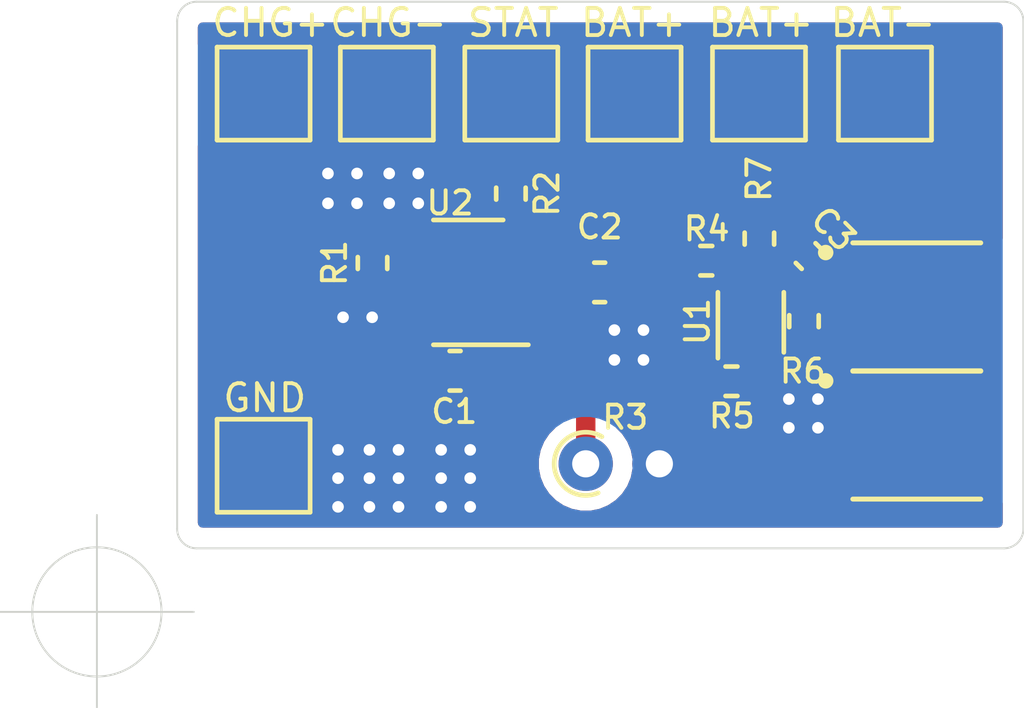
<source format=kicad_pcb>
(kicad_pcb (version 20171130) (host pcbnew "(5.1.8)-1")

  (general
    (thickness 1.6)
    (drawings 16)
    (tracks 129)
    (zones 0)
    (modules 21)
    (nets 14)
  )

  (page A4)
  (layers
    (0 F.Cu signal)
    (31 B.Cu signal)
    (32 B.Adhes user)
    (33 F.Adhes user)
    (34 B.Paste user)
    (35 F.Paste user)
    (36 B.SilkS user)
    (37 F.SilkS user)
    (38 B.Mask user)
    (39 F.Mask user)
    (40 Dwgs.User user hide)
    (41 Cmts.User user hide)
    (42 Eco1.User user hide)
    (43 Eco2.User user hide)
    (44 Edge.Cuts user)
    (45 Margin user hide)
    (46 B.CrtYd user hide)
    (47 F.CrtYd user hide)
    (48 B.Fab user hide)
    (49 F.Fab user hide)
  )

  (setup
    (last_trace_width 0.25)
    (user_trace_width 0.5)
    (user_trace_width 0.7)
    (trace_clearance 0.1)
    (zone_clearance 0.508)
    (zone_45_only no)
    (trace_min 0.2)
    (via_size 0.8)
    (via_drill 0.4)
    (via_min_size 0.4)
    (via_min_drill 0.3)
    (uvia_size 0.3)
    (uvia_drill 0.1)
    (uvias_allowed no)
    (uvia_min_size 0.2)
    (uvia_min_drill 0.1)
    (edge_width 0.05)
    (segment_width 0.2)
    (pcb_text_width 0.3)
    (pcb_text_size 1.5 1.5)
    (mod_edge_width 0.12)
    (mod_text_size 1 1)
    (mod_text_width 0.15)
    (pad_size 1.524 1.524)
    (pad_drill 0.762)
    (pad_to_mask_clearance 0)
    (aux_axis_origin 118.22 87.41)
    (grid_origin 118.22 87.41)
    (visible_elements 7FFFFFFF)
    (pcbplotparams
      (layerselection 0x010fc_ffffffff)
      (usegerberextensions false)
      (usegerberattributes true)
      (usegerberadvancedattributes true)
      (creategerberjobfile true)
      (excludeedgelayer true)
      (linewidth 0.100000)
      (plotframeref false)
      (viasonmask false)
      (mode 1)
      (useauxorigin false)
      (hpglpennumber 1)
      (hpglpenspeed 20)
      (hpglpendiameter 15.000000)
      (psnegative false)
      (psa4output false)
      (plotreference true)
      (plotvalue true)
      (plotinvisibletext false)
      (padsonsilk false)
      (subtractmaskfromsilk false)
      (outputformat 1)
      (mirror false)
      (drillshape 1)
      (scaleselection 1)
      (outputdirectory ""))
  )

  (net 0 "")
  (net 1 Adapter+)
  (net 2 BAT+)
  (net 3 BAT-)
  (net 4 "Net-(C3-Pad1)")
  (net 5 "Net-(R1-Pad1)")
  (net 6 ChargeLight-)
  (net 7 "Net-(R2-Pad1)")
  (net 8 "Net-(R3-Pad1)")
  (net 9 "Net-(R4-Pad1)")
  (net 10 "Net-(R5-Pad1)")
  (net 11 "Net-(R6-Pad1)")
  (net 12 "Net-(U3-Pad5)")
  (net 13 GND)

  (net_class Default "This is the default net class."
    (clearance 0.1)
    (trace_width 0.25)
    (via_dia 0.8)
    (via_drill 0.4)
    (uvia_dia 0.3)
    (uvia_drill 0.1)
    (add_net Adapter+)
    (add_net BAT+)
    (add_net BAT-)
    (add_net ChargeLight-)
    (add_net GND)
    (add_net "Net-(C3-Pad1)")
    (add_net "Net-(R1-Pad1)")
    (add_net "Net-(R2-Pad1)")
    (add_net "Net-(R3-Pad1)")
    (add_net "Net-(R4-Pad1)")
    (add_net "Net-(R5-Pad1)")
    (add_net "Net-(R6-Pad1)")
    (add_net "Net-(U3-Pad5)")
  )

  (module TestPoint:TestPoint_Pad_2.0x2.0mm (layer F.Cu) (tedit 5A0F774F) (tstamp 60996D82)
    (at 122.52 83.64)
    (descr "SMD rectangular pad as test Point, square 2.0mm side length")
    (tags "test point SMD pad rectangle square")
    (path /6099A92C)
    (attr virtual)
    (fp_text reference J7 (at 0.02 -1.76) (layer F.SilkS) hide
      (effects (font (size 0.5 0.5) (thickness 0.1)))
    )
    (fp_text value Conn_01x01 (at 0 2.05) (layer F.Fab)
      (effects (font (size 1 1) (thickness 0.15)))
    )
    (fp_line (start -1.2 -1.2) (end 1.2 -1.2) (layer F.SilkS) (width 0.12))
    (fp_line (start 1.2 -1.2) (end 1.2 1.2) (layer F.SilkS) (width 0.12))
    (fp_line (start 1.2 1.2) (end -1.2 1.2) (layer F.SilkS) (width 0.12))
    (fp_line (start -1.2 1.2) (end -1.2 -1.2) (layer F.SilkS) (width 0.12))
    (fp_line (start -1.5 -1.5) (end 1.5 -1.5) (layer F.CrtYd) (width 0.05))
    (fp_line (start -1.5 -1.5) (end -1.5 1.5) (layer F.CrtYd) (width 0.05))
    (fp_line (start 1.5 1.5) (end 1.5 -1.5) (layer F.CrtYd) (width 0.05))
    (fp_line (start 1.5 1.5) (end -1.5 1.5) (layer F.CrtYd) (width 0.05))
    (fp_text user %R (at 0 -2) (layer F.Fab)
      (effects (font (size 1 1) (thickness 0.15)))
    )
    (pad 1 smd rect (at 0 0) (size 2 2) (layers F.Cu F.Mask)
      (net 13 GND))
  )

  (module CSD16406Q3:CSD16406Q3 (layer F.Cu) (tedit 609275D4) (tstamp 6092A981)
    (at 139.37 79.54)
    (descr "<b>8-SON</b> (Q3)<p>body 3.3 x 3.3 mm")
    (path /60929C60)
    (fp_text reference U4 (at 0.7 -2.23) (layer F.SilkS) hide
      (effects (font (size 0.8 0.8) (thickness 0.015)))
    )
    (fp_text value CSD16406Q3 (at 5.728 2.808) (layer F.Fab)
      (effects (font (size 0.8 0.8) (thickness 0.015)))
    )
    (fp_poly (pts (xy -0.66 -1.325) (xy 1.85 -1.325) (xy 1.85 1.325) (xy -0.66 1.325)) (layer F.Mask) (width 0.01))
    (fp_poly (pts (xy 1.75 -1.225) (xy 1.75 -0.725) (xy 1.34 -0.725) (xy 1.34 -0.575)
      (xy 1.75 -0.575) (xy 1.75 -0.075) (xy 1.34 -0.075) (xy 1.34 0.075)
      (xy 1.75 0.075) (xy 1.75 0.575) (xy 1.34 0.575) (xy 1.34 0.725)
      (xy 1.75 0.725) (xy 1.75 1.225) (xy -0.56 1.225) (xy -0.56 -1.225)) (layer F.Cu) (width 0.01))
    (fp_poly (pts (xy -0.46 -1.145) (xy 0.985 -1.145) (xy 0.985 -0.125) (xy -0.46 -0.125)) (layer F.Paste) (width 0.01))
    (fp_line (start 1.65 -1.65) (end 1.65 1.65) (layer F.Fab) (width 0.127))
    (fp_line (start 1.65 1.65) (end -1.65 1.65) (layer F.Fab) (width 0.127))
    (fp_line (start -1.65 1.65) (end -1.65 -1.65) (layer F.Fab) (width 0.127))
    (fp_line (start -1.65 -1.65) (end 1.65 -1.65) (layer F.Fab) (width 0.127))
    (fp_poly (pts (xy 1.21 -0.495) (xy 1.66 -0.495) (xy 1.66 -0.155) (xy 1.21 -0.155)) (layer F.Paste) (width 0.01))
    (fp_poly (pts (xy 1.21 -1.145) (xy 1.66 -1.145) (xy 1.66 -0.805) (xy 1.21 -0.805)) (layer F.Paste) (width 0.01))
    (fp_poly (pts (xy 1.21 0.155) (xy 1.66 0.155) (xy 1.66 0.495) (xy 1.21 0.495)) (layer F.Paste) (width 0.01))
    (fp_poly (pts (xy 1.21 0.805) (xy 1.66 0.805) (xy 1.66 1.145) (xy 1.21 1.145)) (layer F.Paste) (width 0.01))
    (fp_poly (pts (xy -1.66 0.155) (xy -1.21 0.155) (xy -1.21 0.495) (xy -1.66 0.495)) (layer F.Paste) (width 0.01))
    (fp_poly (pts (xy -1.66 0.805) (xy -1.21 0.805) (xy -1.21 1.145) (xy -1.66 1.145)) (layer F.Paste) (width 0.01))
    (fp_poly (pts (xy -1.66 -0.495) (xy -1.21 -0.495) (xy -1.21 -0.155) (xy -1.66 -0.155)) (layer F.Paste) (width 0.01))
    (fp_poly (pts (xy -1.66 -1.145) (xy -1.21 -1.145) (xy -1.21 -0.805) (xy -1.66 -0.805)) (layer F.Paste) (width 0.01))
    (fp_poly (pts (xy -0.46 0.125) (xy 0.985 0.125) (xy 0.985 1.145) (xy -0.46 1.145)) (layer F.Paste) (width 0.01))
    (fp_line (start -1.65 1.65) (end 1.65 1.65) (layer F.SilkS) (width 0.127))
    (fp_line (start -1.65 -1.65) (end 1.65 -1.65) (layer F.SilkS) (width 0.127))
    (fp_line (start -2 -1.9) (end 2 -1.9) (layer F.CrtYd) (width 0.05))
    (fp_line (start 2 -1.9) (end 2 1.9) (layer F.CrtYd) (width 0.05))
    (fp_line (start 2 1.9) (end -2 1.9) (layer F.CrtYd) (width 0.05))
    (fp_line (start -2 1.9) (end -2 -1.9) (layer F.CrtYd) (width 0.05))
    (fp_circle (center -2.35 -1.4) (end -2.25 -1.4) (layer F.SilkS) (width 0.2))
    (fp_circle (center -2.35 -1.4) (end -2.25 -1.4) (layer F.Fab) (width 0.2))
    (pad 4 smd rect (at -1.435 0.975) (size 0.63 0.5) (layers F.Cu F.Mask)
      (net 11 "Net-(R6-Pad1)"))
    (pad 1 smd rect (at -1.435 -0.975) (size 0.63 0.5) (layers F.Cu F.Mask)
      (net 3 BAT-))
    (pad 2 smd rect (at -1.435 -0.325) (size 0.63 0.5) (layers F.Cu F.Mask)
      (net 3 BAT-))
    (pad 3 smd rect (at -1.435 0.325) (size 0.63 0.5) (layers F.Cu F.Mask)
      (net 3 BAT-))
    (pad 5 smd rect (at 1.435 0.975) (size 0.63 0.5) (layers F.Cu)
      (net 12 "Net-(U3-Pad5)"))
    (pad 6 smd rect (at 1.435 0.325) (size 0.63 0.5) (layers F.Cu)
      (net 12 "Net-(U3-Pad5)"))
    (pad 7 smd rect (at 1.435 -0.325) (size 0.63 0.5) (layers F.Cu)
      (net 12 "Net-(U3-Pad5)"))
    (pad 8 smd rect (at 1.435 -0.975) (size 0.63 0.5) (layers F.Cu)
      (net 12 "Net-(U3-Pad5)"))
  )

  (module CSD16406Q3:CSD16406Q3 (layer F.Cu) (tedit 609275D4) (tstamp 6092A95D)
    (at 139.37 82.85)
    (descr "<b>8-SON</b> (Q3)<p>body 3.3 x 3.3 mm")
    (path /60927B72)
    (fp_text reference U3 (at 0.14 -2.808) (layer F.SilkS) hide
      (effects (font (size 0.8 0.8) (thickness 0.015)))
    )
    (fp_text value CSD16406Q3 (at 5.728 2.808) (layer F.Fab)
      (effects (font (size 0.8 0.8) (thickness 0.015)))
    )
    (fp_poly (pts (xy -0.66 -1.325) (xy 1.85 -1.325) (xy 1.85 1.325) (xy -0.66 1.325)) (layer F.Mask) (width 0.01))
    (fp_poly (pts (xy 1.75 -1.225) (xy 1.75 -0.725) (xy 1.34 -0.725) (xy 1.34 -0.575)
      (xy 1.75 -0.575) (xy 1.75 -0.075) (xy 1.34 -0.075) (xy 1.34 0.075)
      (xy 1.75 0.075) (xy 1.75 0.575) (xy 1.34 0.575) (xy 1.34 0.725)
      (xy 1.75 0.725) (xy 1.75 1.225) (xy -0.56 1.225) (xy -0.56 -1.225)) (layer F.Cu) (width 0.01))
    (fp_poly (pts (xy -0.46 -1.145) (xy 0.985 -1.145) (xy 0.985 -0.125) (xy -0.46 -0.125)) (layer F.Paste) (width 0.01))
    (fp_line (start 1.65 -1.65) (end 1.65 1.65) (layer F.Fab) (width 0.127))
    (fp_line (start 1.65 1.65) (end -1.65 1.65) (layer F.Fab) (width 0.127))
    (fp_line (start -1.65 1.65) (end -1.65 -1.65) (layer F.Fab) (width 0.127))
    (fp_line (start -1.65 -1.65) (end 1.65 -1.65) (layer F.Fab) (width 0.127))
    (fp_poly (pts (xy 1.21 -0.495) (xy 1.66 -0.495) (xy 1.66 -0.155) (xy 1.21 -0.155)) (layer F.Paste) (width 0.01))
    (fp_poly (pts (xy 1.21 -1.145) (xy 1.66 -1.145) (xy 1.66 -0.805) (xy 1.21 -0.805)) (layer F.Paste) (width 0.01))
    (fp_poly (pts (xy 1.21 0.155) (xy 1.66 0.155) (xy 1.66 0.495) (xy 1.21 0.495)) (layer F.Paste) (width 0.01))
    (fp_poly (pts (xy 1.21 0.805) (xy 1.66 0.805) (xy 1.66 1.145) (xy 1.21 1.145)) (layer F.Paste) (width 0.01))
    (fp_poly (pts (xy -1.66 0.155) (xy -1.21 0.155) (xy -1.21 0.495) (xy -1.66 0.495)) (layer F.Paste) (width 0.01))
    (fp_poly (pts (xy -1.66 0.805) (xy -1.21 0.805) (xy -1.21 1.145) (xy -1.66 1.145)) (layer F.Paste) (width 0.01))
    (fp_poly (pts (xy -1.66 -0.495) (xy -1.21 -0.495) (xy -1.21 -0.155) (xy -1.66 -0.155)) (layer F.Paste) (width 0.01))
    (fp_poly (pts (xy -1.66 -1.145) (xy -1.21 -1.145) (xy -1.21 -0.805) (xy -1.66 -0.805)) (layer F.Paste) (width 0.01))
    (fp_poly (pts (xy -0.46 0.125) (xy 0.985 0.125) (xy 0.985 1.145) (xy -0.46 1.145)) (layer F.Paste) (width 0.01))
    (fp_line (start -1.65 1.65) (end 1.65 1.65) (layer F.SilkS) (width 0.127))
    (fp_line (start -1.65 -1.65) (end 1.65 -1.65) (layer F.SilkS) (width 0.127))
    (fp_line (start -2 -1.9) (end 2 -1.9) (layer F.CrtYd) (width 0.05))
    (fp_line (start 2 -1.9) (end 2 1.9) (layer F.CrtYd) (width 0.05))
    (fp_line (start 2 1.9) (end -2 1.9) (layer F.CrtYd) (width 0.05))
    (fp_line (start -2 1.9) (end -2 -1.9) (layer F.CrtYd) (width 0.05))
    (fp_circle (center -2.35 -1.4) (end -2.25 -1.4) (layer F.SilkS) (width 0.2))
    (fp_circle (center -2.35 -1.4) (end -2.25 -1.4) (layer F.Fab) (width 0.2))
    (pad 4 smd rect (at -1.435 0.975) (size 0.63 0.5) (layers F.Cu F.Mask)
      (net 10 "Net-(R5-Pad1)"))
    (pad 1 smd rect (at -1.435 -0.975) (size 0.63 0.5) (layers F.Cu F.Mask)
      (net 13 GND))
    (pad 2 smd rect (at -1.435 -0.325) (size 0.63 0.5) (layers F.Cu F.Mask)
      (net 13 GND))
    (pad 3 smd rect (at -1.435 0.325) (size 0.63 0.5) (layers F.Cu F.Mask)
      (net 13 GND))
    (pad 5 smd rect (at 1.435 0.975) (size 0.63 0.5) (layers F.Cu)
      (net 12 "Net-(U3-Pad5)"))
    (pad 6 smd rect (at 1.435 0.325) (size 0.63 0.5) (layers F.Cu)
      (net 12 "Net-(U3-Pad5)"))
    (pad 7 smd rect (at 1.435 -0.325) (size 0.63 0.5) (layers F.Cu)
      (net 12 "Net-(U3-Pad5)"))
    (pad 8 smd rect (at 1.435 -0.975) (size 0.63 0.5) (layers F.Cu)
      (net 12 "Net-(U3-Pad5)"))
  )

  (module Resistor_SMD:R_0402_1005Metric (layer F.Cu) (tedit 5F68FEEE) (tstamp 6092A90D)
    (at 135.31 77.779999 270)
    (descr "Resistor SMD 0402 (1005 Metric), square (rectangular) end terminal, IPC_7351 nominal, (Body size source: IPC-SM-782 page 72, https://www.pcb-3d.com/wordpress/wp-content/uploads/ipc-sm-782a_amendment_1_and_2.pdf), generated with kicad-footprint-generator")
    (tags resistor)
    (path /60997573)
    (attr smd)
    (fp_text reference R7 (at -1.539999 0.01 90) (layer F.SilkS)
      (effects (font (size 0.6 0.6) (thickness 0.1)))
    )
    (fp_text value 330R (at 0 1.17 90) (layer F.Fab)
      (effects (font (size 1 1) (thickness 0.15)))
    )
    (fp_line (start 0.93 0.47) (end -0.93 0.47) (layer F.CrtYd) (width 0.05))
    (fp_line (start 0.93 -0.47) (end 0.93 0.47) (layer F.CrtYd) (width 0.05))
    (fp_line (start -0.93 -0.47) (end 0.93 -0.47) (layer F.CrtYd) (width 0.05))
    (fp_line (start -0.93 0.47) (end -0.93 -0.47) (layer F.CrtYd) (width 0.05))
    (fp_line (start -0.153641 0.38) (end 0.153641 0.38) (layer F.SilkS) (width 0.12))
    (fp_line (start -0.153641 -0.38) (end 0.153641 -0.38) (layer F.SilkS) (width 0.12))
    (fp_line (start 0.525 0.27) (end -0.525 0.27) (layer F.Fab) (width 0.1))
    (fp_line (start 0.525 -0.27) (end 0.525 0.27) (layer F.Fab) (width 0.1))
    (fp_line (start -0.525 -0.27) (end 0.525 -0.27) (layer F.Fab) (width 0.1))
    (fp_line (start -0.525 0.27) (end -0.525 -0.27) (layer F.Fab) (width 0.1))
    (fp_text user %R (at 0 0 90) (layer F.Fab)
      (effects (font (size 0.26 0.26) (thickness 0.04)))
    )
    (pad 2 smd roundrect (at 0.51 0 270) (size 0.54 0.64) (layers F.Cu F.Paste F.Mask) (roundrect_rratio 0.25)
      (net 4 "Net-(C3-Pad1)"))
    (pad 1 smd roundrect (at -0.51 0 270) (size 0.54 0.64) (layers F.Cu F.Paste F.Mask) (roundrect_rratio 0.25)
      (net 2 BAT+))
    (model ${KISYS3DMOD}/Resistor_SMD.3dshapes/R_0402_1005Metric.wrl
      (at (xyz 0 0 0))
      (scale (xyz 1 1 1))
      (rotate (xyz 0 0 0))
    )
  )

  (module Resistor_SMD:R_0402_1005Metric (layer F.Cu) (tedit 5F68FEEE) (tstamp 6092A8FC)
    (at 136.46 79.91 90)
    (descr "Resistor SMD 0402 (1005 Metric), square (rectangular) end terminal, IPC_7351 nominal, (Body size source: IPC-SM-782 page 72, https://www.pcb-3d.com/wordpress/wp-content/uploads/ipc-sm-782a_amendment_1_and_2.pdf), generated with kicad-footprint-generator")
    (tags resistor)
    (path /60972CEE)
    (attr smd)
    (fp_text reference R6 (at -1.29 -0.03) (layer F.SilkS)
      (effects (font (size 0.6 0.6) (thickness 0.1)))
    )
    (fp_text value 5.1m (at 0 1.17 90) (layer F.Fab)
      (effects (font (size 1 1) (thickness 0.15)))
    )
    (fp_line (start 0.93 0.47) (end -0.93 0.47) (layer F.CrtYd) (width 0.05))
    (fp_line (start 0.93 -0.47) (end 0.93 0.47) (layer F.CrtYd) (width 0.05))
    (fp_line (start -0.93 -0.47) (end 0.93 -0.47) (layer F.CrtYd) (width 0.05))
    (fp_line (start -0.93 0.47) (end -0.93 -0.47) (layer F.CrtYd) (width 0.05))
    (fp_line (start -0.153641 0.38) (end 0.153641 0.38) (layer F.SilkS) (width 0.12))
    (fp_line (start -0.153641 -0.38) (end 0.153641 -0.38) (layer F.SilkS) (width 0.12))
    (fp_line (start 0.525 0.27) (end -0.525 0.27) (layer F.Fab) (width 0.1))
    (fp_line (start 0.525 -0.27) (end 0.525 0.27) (layer F.Fab) (width 0.1))
    (fp_line (start -0.525 -0.27) (end 0.525 -0.27) (layer F.Fab) (width 0.1))
    (fp_line (start -0.525 0.27) (end -0.525 -0.27) (layer F.Fab) (width 0.1))
    (fp_text user %R (at 0 0 90) (layer F.Fab)
      (effects (font (size 0.26 0.26) (thickness 0.04)))
    )
    (pad 2 smd roundrect (at 0.51 0 90) (size 0.54 0.64) (layers F.Cu F.Paste F.Mask) (roundrect_rratio 0.25)
      (net 3 BAT-))
    (pad 1 smd roundrect (at -0.51 0 90) (size 0.54 0.64) (layers F.Cu F.Paste F.Mask) (roundrect_rratio 0.25)
      (net 11 "Net-(R6-Pad1)"))
    (model ${KISYS3DMOD}/Resistor_SMD.3dshapes/R_0402_1005Metric.wrl
      (at (xyz 0 0 0))
      (scale (xyz 1 1 1))
      (rotate (xyz 0 0 0))
    )
  )

  (module Resistor_SMD:R_0402_1005Metric (layer F.Cu) (tedit 5F68FEEE) (tstamp 6092A8EB)
    (at 134.59 81.46 180)
    (descr "Resistor SMD 0402 (1005 Metric), square (rectangular) end terminal, IPC_7351 nominal, (Body size source: IPC-SM-782 page 72, https://www.pcb-3d.com/wordpress/wp-content/uploads/ipc-sm-782a_amendment_1_and_2.pdf), generated with kicad-footprint-generator")
    (tags resistor)
    (path /60955E65)
    (attr smd)
    (fp_text reference R5 (at -0.01 -0.9) (layer F.SilkS)
      (effects (font (size 0.6 0.6) (thickness 0.1)))
    )
    (fp_text value 5.1M (at 0 1.17) (layer F.Fab)
      (effects (font (size 1 1) (thickness 0.15)))
    )
    (fp_line (start 0.93 0.47) (end -0.93 0.47) (layer F.CrtYd) (width 0.05))
    (fp_line (start 0.93 -0.47) (end 0.93 0.47) (layer F.CrtYd) (width 0.05))
    (fp_line (start -0.93 -0.47) (end 0.93 -0.47) (layer F.CrtYd) (width 0.05))
    (fp_line (start -0.93 0.47) (end -0.93 -0.47) (layer F.CrtYd) (width 0.05))
    (fp_line (start -0.153641 0.38) (end 0.153641 0.38) (layer F.SilkS) (width 0.12))
    (fp_line (start -0.153641 -0.38) (end 0.153641 -0.38) (layer F.SilkS) (width 0.12))
    (fp_line (start 0.525 0.27) (end -0.525 0.27) (layer F.Fab) (width 0.1))
    (fp_line (start 0.525 -0.27) (end 0.525 0.27) (layer F.Fab) (width 0.1))
    (fp_line (start -0.525 -0.27) (end 0.525 -0.27) (layer F.Fab) (width 0.1))
    (fp_line (start -0.525 0.27) (end -0.525 -0.27) (layer F.Fab) (width 0.1))
    (fp_text user %R (at 0 0) (layer F.Fab)
      (effects (font (size 0.26 0.26) (thickness 0.04)))
    )
    (pad 2 smd roundrect (at 0.51 0 180) (size 0.54 0.64) (layers F.Cu F.Paste F.Mask) (roundrect_rratio 0.25)
      (net 13 GND))
    (pad 1 smd roundrect (at -0.51 0 180) (size 0.54 0.64) (layers F.Cu F.Paste F.Mask) (roundrect_rratio 0.25)
      (net 10 "Net-(R5-Pad1)"))
    (model ${KISYS3DMOD}/Resistor_SMD.3dshapes/R_0402_1005Metric.wrl
      (at (xyz 0 0 0))
      (scale (xyz 1 1 1))
      (rotate (xyz 0 0 0))
    )
  )

  (module Resistor_SMD:R_0402_1005Metric (layer F.Cu) (tedit 5F68FEEE) (tstamp 6092A8DA)
    (at 133.94 78.35 180)
    (descr "Resistor SMD 0402 (1005 Metric), square (rectangular) end terminal, IPC_7351 nominal, (Body size source: IPC-SM-782 page 72, https://www.pcb-3d.com/wordpress/wp-content/uploads/ipc-sm-782a_amendment_1_and_2.pdf), generated with kicad-footprint-generator")
    (tags resistor)
    (path /609790B1)
    (attr smd)
    (fp_text reference R4 (at -0.01 0.82) (layer F.SilkS)
      (effects (font (size 0.6 0.6) (thickness 0.1)))
    )
    (fp_text value 2.2k (at 0 1.17) (layer F.Fab)
      (effects (font (size 1 1) (thickness 0.15)))
    )
    (fp_line (start 0.93 0.47) (end -0.93 0.47) (layer F.CrtYd) (width 0.05))
    (fp_line (start 0.93 -0.47) (end 0.93 0.47) (layer F.CrtYd) (width 0.05))
    (fp_line (start -0.93 -0.47) (end 0.93 -0.47) (layer F.CrtYd) (width 0.05))
    (fp_line (start -0.93 0.47) (end -0.93 -0.47) (layer F.CrtYd) (width 0.05))
    (fp_line (start -0.153641 0.38) (end 0.153641 0.38) (layer F.SilkS) (width 0.12))
    (fp_line (start -0.153641 -0.38) (end 0.153641 -0.38) (layer F.SilkS) (width 0.12))
    (fp_line (start 0.525 0.27) (end -0.525 0.27) (layer F.Fab) (width 0.1))
    (fp_line (start 0.525 -0.27) (end 0.525 0.27) (layer F.Fab) (width 0.1))
    (fp_line (start -0.525 -0.27) (end 0.525 -0.27) (layer F.Fab) (width 0.1))
    (fp_line (start -0.525 0.27) (end -0.525 -0.27) (layer F.Fab) (width 0.1))
    (fp_text user %R (at 0 0) (layer F.Fab)
      (effects (font (size 0.26 0.26) (thickness 0.04)))
    )
    (pad 2 smd roundrect (at 0.51 0 180) (size 0.54 0.64) (layers F.Cu F.Paste F.Mask) (roundrect_rratio 0.25)
      (net 13 GND))
    (pad 1 smd roundrect (at -0.51 0 180) (size 0.54 0.64) (layers F.Cu F.Paste F.Mask) (roundrect_rratio 0.25)
      (net 9 "Net-(R4-Pad1)"))
    (model ${KISYS3DMOD}/Resistor_SMD.3dshapes/R_0402_1005Metric.wrl
      (at (xyz 0 0 0))
      (scale (xyz 1 1 1))
      (rotate (xyz 0 0 0))
    )
  )

  (module Resistor_SMD:R_0402_1005Metric (layer F.Cu) (tedit 5F68FEEE) (tstamp 6092A8BB)
    (at 128.9 76.62 90)
    (descr "Resistor SMD 0402 (1005 Metric), square (rectangular) end terminal, IPC_7351 nominal, (Body size source: IPC-SM-782 page 72, https://www.pcb-3d.com/wordpress/wp-content/uploads/ipc-sm-782a_amendment_1_and_2.pdf), generated with kicad-footprint-generator")
    (tags resistor)
    (path /6093112C)
    (attr smd)
    (fp_text reference R2 (at 0 0.93 90) (layer F.SilkS)
      (effects (font (size 0.6 0.6) (thickness 0.1)))
    )
    (fp_text value 1K (at 0 1.17 90) (layer F.Fab)
      (effects (font (size 1 1) (thickness 0.15)))
    )
    (fp_line (start 0.93 0.47) (end -0.93 0.47) (layer F.CrtYd) (width 0.05))
    (fp_line (start 0.93 -0.47) (end 0.93 0.47) (layer F.CrtYd) (width 0.05))
    (fp_line (start -0.93 -0.47) (end 0.93 -0.47) (layer F.CrtYd) (width 0.05))
    (fp_line (start -0.93 0.47) (end -0.93 -0.47) (layer F.CrtYd) (width 0.05))
    (fp_line (start -0.153641 0.38) (end 0.153641 0.38) (layer F.SilkS) (width 0.12))
    (fp_line (start -0.153641 -0.38) (end 0.153641 -0.38) (layer F.SilkS) (width 0.12))
    (fp_line (start 0.525 0.27) (end -0.525 0.27) (layer F.Fab) (width 0.1))
    (fp_line (start 0.525 -0.27) (end 0.525 0.27) (layer F.Fab) (width 0.1))
    (fp_line (start -0.525 -0.27) (end 0.525 -0.27) (layer F.Fab) (width 0.1))
    (fp_line (start -0.525 0.27) (end -0.525 -0.27) (layer F.Fab) (width 0.1))
    (fp_text user %R (at 0 0 90) (layer F.Fab)
      (effects (font (size 0.26 0.26) (thickness 0.04)))
    )
    (pad 2 smd roundrect (at 0.51 0 90) (size 0.54 0.64) (layers F.Cu F.Paste F.Mask) (roundrect_rratio 0.25)
      (net 6 ChargeLight-))
    (pad 1 smd roundrect (at -0.51 0 90) (size 0.54 0.64) (layers F.Cu F.Paste F.Mask) (roundrect_rratio 0.25)
      (net 7 "Net-(R2-Pad1)"))
    (model ${KISYS3DMOD}/Resistor_SMD.3dshapes/R_0402_1005Metric.wrl
      (at (xyz 0 0 0))
      (scale (xyz 1 1 1))
      (rotate (xyz 0 0 0))
    )
  )

  (module Resistor_SMD:R_0402_1005Metric (layer F.Cu) (tedit 5F68FEEE) (tstamp 6092A8AA)
    (at 125.33 78.41 270)
    (descr "Resistor SMD 0402 (1005 Metric), square (rectangular) end terminal, IPC_7351 nominal, (Body size source: IPC-SM-782 page 72, https://www.pcb-3d.com/wordpress/wp-content/uploads/ipc-sm-782a_amendment_1_and_2.pdf), generated with kicad-footprint-generator")
    (tags resistor)
    (path /6092AFB6)
    (attr smd)
    (fp_text reference R1 (at 0 0.98 90) (layer F.SilkS)
      (effects (font (size 0.6 0.6) (thickness 0.1)))
    )
    (fp_text value 1K (at 0 1.17 90) (layer F.Fab)
      (effects (font (size 1 1) (thickness 0.15)))
    )
    (fp_line (start 0.93 0.47) (end -0.93 0.47) (layer F.CrtYd) (width 0.05))
    (fp_line (start 0.93 -0.47) (end 0.93 0.47) (layer F.CrtYd) (width 0.05))
    (fp_line (start -0.93 -0.47) (end 0.93 -0.47) (layer F.CrtYd) (width 0.05))
    (fp_line (start -0.93 0.47) (end -0.93 -0.47) (layer F.CrtYd) (width 0.05))
    (fp_line (start -0.153641 0.38) (end 0.153641 0.38) (layer F.SilkS) (width 0.12))
    (fp_line (start -0.153641 -0.38) (end 0.153641 -0.38) (layer F.SilkS) (width 0.12))
    (fp_line (start 0.525 0.27) (end -0.525 0.27) (layer F.Fab) (width 0.1))
    (fp_line (start 0.525 -0.27) (end 0.525 0.27) (layer F.Fab) (width 0.1))
    (fp_line (start -0.525 -0.27) (end 0.525 -0.27) (layer F.Fab) (width 0.1))
    (fp_line (start -0.525 0.27) (end -0.525 -0.27) (layer F.Fab) (width 0.1))
    (fp_text user %R (at 0 0 90) (layer F.Fab)
      (effects (font (size 0.26 0.26) (thickness 0.04)))
    )
    (pad 2 smd roundrect (at 0.51 0 270) (size 0.54 0.64) (layers F.Cu F.Paste F.Mask) (roundrect_rratio 0.25)
      (net 13 GND))
    (pad 1 smd roundrect (at -0.51 0 270) (size 0.54 0.64) (layers F.Cu F.Paste F.Mask) (roundrect_rratio 0.25)
      (net 5 "Net-(R1-Pad1)"))
    (model ${KISYS3DMOD}/Resistor_SMD.3dshapes/R_0402_1005Metric.wrl
      (at (xyz 0 0 0))
      (scale (xyz 1 1 1))
      (rotate (xyz 0 0 0))
    )
  )

  (module TestPoint:TestPoint_Pad_2.0x2.0mm (layer F.Cu) (tedit 5A0F774F) (tstamp 60930CB3)
    (at 138.55 74.04 180)
    (descr "SMD rectangular pad as test Point, square 2.0mm side length")
    (tags "test point SMD pad rectangle square")
    (path /60A0C83A)
    (attr virtual)
    (fp_text reference J6 (at 0.04 1.82) (layer F.SilkS) hide
      (effects (font (size 0.6 0.6) (thickness 0.1)))
    )
    (fp_text value Conn_01x01 (at 0 2.05) (layer F.Fab)
      (effects (font (size 1 1) (thickness 0.15)))
    )
    (fp_line (start 1.5 1.5) (end -1.5 1.5) (layer F.CrtYd) (width 0.05))
    (fp_line (start 1.5 1.5) (end 1.5 -1.5) (layer F.CrtYd) (width 0.05))
    (fp_line (start -1.5 -1.5) (end -1.5 1.5) (layer F.CrtYd) (width 0.05))
    (fp_line (start -1.5 -1.5) (end 1.5 -1.5) (layer F.CrtYd) (width 0.05))
    (fp_line (start -1.2 1.2) (end -1.2 -1.2) (layer F.SilkS) (width 0.12))
    (fp_line (start 1.2 1.2) (end -1.2 1.2) (layer F.SilkS) (width 0.12))
    (fp_line (start 1.2 -1.2) (end 1.2 1.2) (layer F.SilkS) (width 0.12))
    (fp_line (start -1.2 -1.2) (end 1.2 -1.2) (layer F.SilkS) (width 0.12))
    (fp_text user %R (at 0 -2) (layer F.Fab)
      (effects (font (size 1 1) (thickness 0.15)))
    )
    (pad 1 smd rect (at 0 0 180) (size 2 2) (layers F.Cu F.Mask)
      (net 3 BAT-))
  )

  (module TestPoint:TestPoint_Pad_2.0x2.0mm (layer F.Cu) (tedit 5A0F774F) (tstamp 60930CA5)
    (at 132.09 74.04 180)
    (descr "SMD rectangular pad as test Point, square 2.0mm side length")
    (tags "test point SMD pad rectangle square")
    (path /60A0C834)
    (attr virtual)
    (fp_text reference J5 (at 0.01 1.79) (layer F.SilkS) hide
      (effects (font (size 0.6 0.6) (thickness 0.1)))
    )
    (fp_text value Conn_01x01 (at 0 2.05) (layer F.Fab)
      (effects (font (size 1 1) (thickness 0.15)))
    )
    (fp_line (start 1.5 1.5) (end -1.5 1.5) (layer F.CrtYd) (width 0.05))
    (fp_line (start 1.5 1.5) (end 1.5 -1.5) (layer F.CrtYd) (width 0.05))
    (fp_line (start -1.5 -1.5) (end -1.5 1.5) (layer F.CrtYd) (width 0.05))
    (fp_line (start -1.5 -1.5) (end 1.5 -1.5) (layer F.CrtYd) (width 0.05))
    (fp_line (start -1.2 1.2) (end -1.2 -1.2) (layer F.SilkS) (width 0.12))
    (fp_line (start 1.2 1.2) (end -1.2 1.2) (layer F.SilkS) (width 0.12))
    (fp_line (start 1.2 -1.2) (end 1.2 1.2) (layer F.SilkS) (width 0.12))
    (fp_line (start -1.2 -1.2) (end 1.2 -1.2) (layer F.SilkS) (width 0.12))
    (fp_text user %R (at 0 -2) (layer F.Fab)
      (effects (font (size 1 1) (thickness 0.15)))
    )
    (pad 1 smd rect (at 0 0 180) (size 2 2) (layers F.Cu F.Mask)
      (net 2 BAT+))
  )

  (module TestPoint:TestPoint_Pad_2.0x2.0mm (layer F.Cu) (tedit 5A0F774F) (tstamp 60930C97)
    (at 128.91 74.04 180)
    (descr "SMD rectangular pad as test Point, square 2.0mm side length")
    (tags "test point SMD pad rectangle square")
    (path /60A0A7B1)
    (attr virtual)
    (fp_text reference J4 (at 0.08 1.71) (layer F.SilkS) hide
      (effects (font (size 0.6 0.6) (thickness 0.1)))
    )
    (fp_text value Conn_01x01 (at 0 2.05) (layer F.Fab)
      (effects (font (size 1 1) (thickness 0.15)))
    )
    (fp_line (start 1.5 1.5) (end -1.5 1.5) (layer F.CrtYd) (width 0.05))
    (fp_line (start 1.5 1.5) (end 1.5 -1.5) (layer F.CrtYd) (width 0.05))
    (fp_line (start -1.5 -1.5) (end -1.5 1.5) (layer F.CrtYd) (width 0.05))
    (fp_line (start -1.5 -1.5) (end 1.5 -1.5) (layer F.CrtYd) (width 0.05))
    (fp_line (start -1.2 1.2) (end -1.2 -1.2) (layer F.SilkS) (width 0.12))
    (fp_line (start 1.2 1.2) (end -1.2 1.2) (layer F.SilkS) (width 0.12))
    (fp_line (start 1.2 -1.2) (end 1.2 1.2) (layer F.SilkS) (width 0.12))
    (fp_line (start -1.2 -1.2) (end 1.2 -1.2) (layer F.SilkS) (width 0.12))
    (fp_text user %R (at 0 -2) (layer F.Fab)
      (effects (font (size 1 1) (thickness 0.15)))
    )
    (pad 1 smd rect (at 0 0 180) (size 2 2) (layers F.Cu F.Mask)
      (net 6 ChargeLight-))
  )

  (module TestPoint:TestPoint_Pad_2.0x2.0mm (layer F.Cu) (tedit 5A0F774F) (tstamp 60930C89)
    (at 135.3 74.04 180)
    (descr "SMD rectangular pad as test Point, square 2.0mm side length")
    (tags "test point SMD pad rectangle square")
    (path /60A0A7AB)
    (attr virtual)
    (fp_text reference J3 (at 0.01 1.78) (layer F.SilkS) hide
      (effects (font (size 0.6 0.6) (thickness 0.1)))
    )
    (fp_text value Conn_01x01 (at 0 2.05) (layer F.Fab)
      (effects (font (size 1 1) (thickness 0.15)))
    )
    (fp_line (start 1.5 1.5) (end -1.5 1.5) (layer F.CrtYd) (width 0.05))
    (fp_line (start 1.5 1.5) (end 1.5 -1.5) (layer F.CrtYd) (width 0.05))
    (fp_line (start -1.5 -1.5) (end -1.5 1.5) (layer F.CrtYd) (width 0.05))
    (fp_line (start -1.5 -1.5) (end 1.5 -1.5) (layer F.CrtYd) (width 0.05))
    (fp_line (start -1.2 1.2) (end -1.2 -1.2) (layer F.SilkS) (width 0.12))
    (fp_line (start 1.2 1.2) (end -1.2 1.2) (layer F.SilkS) (width 0.12))
    (fp_line (start 1.2 -1.2) (end 1.2 1.2) (layer F.SilkS) (width 0.12))
    (fp_line (start -1.2 -1.2) (end 1.2 -1.2) (layer F.SilkS) (width 0.12))
    (fp_text user %R (at 0 -2) (layer F.Fab)
      (effects (font (size 1 1) (thickness 0.15)))
    )
    (pad 1 smd rect (at 0 0 180) (size 2 2) (layers F.Cu F.Mask)
      (net 2 BAT+))
  )

  (module TestPoint:TestPoint_Pad_2.0x2.0mm (layer F.Cu) (tedit 5A0F774F) (tstamp 60930C7B)
    (at 122.52 74.04 180)
    (descr "SMD rectangular pad as test Point, square 2.0mm side length")
    (tags "test point SMD pad rectangle square")
    (path /60A0504E)
    (attr virtual)
    (fp_text reference J2 (at 0 1.7) (layer F.SilkS) hide
      (effects (font (size 0.6 0.6) (thickness 0.1)))
    )
    (fp_text value Conn_01x01 (at 0 2.05) (layer F.Fab)
      (effects (font (size 1 1) (thickness 0.15)))
    )
    (fp_line (start 1.5 1.5) (end -1.5 1.5) (layer F.CrtYd) (width 0.05))
    (fp_line (start 1.5 1.5) (end 1.5 -1.5) (layer F.CrtYd) (width 0.05))
    (fp_line (start -1.5 -1.5) (end -1.5 1.5) (layer F.CrtYd) (width 0.05))
    (fp_line (start -1.5 -1.5) (end 1.5 -1.5) (layer F.CrtYd) (width 0.05))
    (fp_line (start -1.2 1.2) (end -1.2 -1.2) (layer F.SilkS) (width 0.12))
    (fp_line (start 1.2 1.2) (end -1.2 1.2) (layer F.SilkS) (width 0.12))
    (fp_line (start 1.2 -1.2) (end 1.2 1.2) (layer F.SilkS) (width 0.12))
    (fp_line (start -1.2 -1.2) (end 1.2 -1.2) (layer F.SilkS) (width 0.12))
    (fp_text user %R (at 0 -2) (layer F.Fab)
      (effects (font (size 1 1) (thickness 0.15)))
    )
    (pad 1 smd rect (at 0 0 180) (size 2 2) (layers F.Cu F.Mask)
      (net 1 Adapter+))
  )

  (module TestPoint:TestPoint_Pad_2.0x2.0mm (layer F.Cu) (tedit 5A0F774F) (tstamp 60930C6D)
    (at 125.7 74.04 180)
    (descr "SMD rectangular pad as test Point, square 2.0mm side length")
    (tags "test point SMD pad rectangle square")
    (path /60A04037)
    (attr virtual)
    (fp_text reference J1 (at 0.03 1.71) (layer F.SilkS) hide
      (effects (font (size 0.6 0.6) (thickness 0.1)))
    )
    (fp_text value Conn_01x01 (at 0 2.05) (layer F.Fab)
      (effects (font (size 1 1) (thickness 0.15)))
    )
    (fp_line (start 1.5 1.5) (end -1.5 1.5) (layer F.CrtYd) (width 0.05))
    (fp_line (start 1.5 1.5) (end 1.5 -1.5) (layer F.CrtYd) (width 0.05))
    (fp_line (start -1.5 -1.5) (end -1.5 1.5) (layer F.CrtYd) (width 0.05))
    (fp_line (start -1.5 -1.5) (end 1.5 -1.5) (layer F.CrtYd) (width 0.05))
    (fp_line (start -1.2 1.2) (end -1.2 -1.2) (layer F.SilkS) (width 0.12))
    (fp_line (start 1.2 1.2) (end -1.2 1.2) (layer F.SilkS) (width 0.12))
    (fp_line (start 1.2 -1.2) (end 1.2 1.2) (layer F.SilkS) (width 0.12))
    (fp_line (start -1.2 -1.2) (end 1.2 -1.2) (layer F.SilkS) (width 0.12))
    (fp_text user %R (at 0 -2) (layer F.Fab)
      (effects (font (size 1 1) (thickness 0.15)))
    )
    (pad 1 smd rect (at 0 0 180) (size 2 2) (layers F.Cu F.Mask)
      (net 13 GND))
  )

  (module Capacitor_SMD:C_0402_1005Metric (layer F.Cu) (tedit 5F68FEEE) (tstamp 6092A899)
    (at 136.58 78.23 315)
    (descr "Capacitor SMD 0402 (1005 Metric), square (rectangular) end terminal, IPC_7351 nominal, (Body size source: IPC-SM-782 page 76, https://www.pcb-3d.com/wordpress/wp-content/uploads/ipc-sm-782a_amendment_1_and_2.pdf), generated with kicad-footprint-generator")
    (tags capacitor)
    (path /6099756D)
    (attr smd)
    (fp_text reference C3 (at -0.042426 -0.947523 135) (layer F.SilkS)
      (effects (font (size 0.6 0.6) (thickness 0.1)))
    )
    (fp_text value 0.1uF (at 0 1.16 135) (layer F.Fab)
      (effects (font (size 1 1) (thickness 0.15)))
    )
    (fp_line (start 0.91 0.46) (end -0.91 0.46) (layer F.CrtYd) (width 0.05))
    (fp_line (start 0.91 -0.46) (end 0.91 0.46) (layer F.CrtYd) (width 0.05))
    (fp_line (start -0.91 -0.46) (end 0.91 -0.46) (layer F.CrtYd) (width 0.05))
    (fp_line (start -0.91 0.46) (end -0.91 -0.46) (layer F.CrtYd) (width 0.05))
    (fp_line (start -0.107836 0.36) (end 0.107836 0.36) (layer F.SilkS) (width 0.12))
    (fp_line (start -0.107836 -0.36) (end 0.107836 -0.36) (layer F.SilkS) (width 0.12))
    (fp_line (start 0.5 0.25) (end -0.5 0.25) (layer F.Fab) (width 0.1))
    (fp_line (start 0.5 -0.25) (end 0.5 0.25) (layer F.Fab) (width 0.1))
    (fp_line (start -0.5 -0.25) (end 0.5 -0.25) (layer F.Fab) (width 0.1))
    (fp_line (start -0.5 0.25) (end -0.5 -0.25) (layer F.Fab) (width 0.1))
    (fp_text user %R (at 0 0 135) (layer F.Fab)
      (effects (font (size 0.25 0.25) (thickness 0.04)))
    )
    (pad 2 smd roundrect (at 0.48 0 315) (size 0.56 0.62) (layers F.Cu F.Paste F.Mask) (roundrect_rratio 0.25)
      (net 3 BAT-))
    (pad 1 smd roundrect (at -0.48 0 315) (size 0.56 0.62) (layers F.Cu F.Paste F.Mask) (roundrect_rratio 0.25)
      (net 4 "Net-(C3-Pad1)"))
    (model ${KISYS3DMOD}/Capacitor_SMD.3dshapes/C_0402_1005Metric.wrl
      (at (xyz 0 0 0))
      (scale (xyz 1 1 1))
      (rotate (xyz 0 0 0))
    )
  )

  (module Package_TO_SOT_SMD:SOT-23-6 (layer F.Cu) (tedit 5A02FF57) (tstamp 6092A939)
    (at 127.8 78.91 180)
    (descr "6-pin SOT-23 package")
    (tags SOT-23-6)
    (path /60928246)
    (attr smd)
    (fp_text reference U2 (at 0.47 2.05) (layer F.SilkS)
      (effects (font (size 0.6 0.6) (thickness 0.1)))
    )
    (fp_text value BQ21040 (at 0 2.9) (layer F.Fab)
      (effects (font (size 1 1) (thickness 0.15)))
    )
    (fp_line (start 0.9 -1.55) (end 0.9 1.55) (layer F.Fab) (width 0.1))
    (fp_line (start 0.9 1.55) (end -0.9 1.55) (layer F.Fab) (width 0.1))
    (fp_line (start -0.9 -0.9) (end -0.9 1.55) (layer F.Fab) (width 0.1))
    (fp_line (start 0.9 -1.55) (end -0.25 -1.55) (layer F.Fab) (width 0.1))
    (fp_line (start -0.9 -0.9) (end -0.25 -1.55) (layer F.Fab) (width 0.1))
    (fp_line (start -1.9 -1.8) (end -1.9 1.8) (layer F.CrtYd) (width 0.05))
    (fp_line (start -1.9 1.8) (end 1.9 1.8) (layer F.CrtYd) (width 0.05))
    (fp_line (start 1.9 1.8) (end 1.9 -1.8) (layer F.CrtYd) (width 0.05))
    (fp_line (start 1.9 -1.8) (end -1.9 -1.8) (layer F.CrtYd) (width 0.05))
    (fp_line (start 0.9 -1.61) (end -1.55 -1.61) (layer F.SilkS) (width 0.12))
    (fp_line (start -0.9 1.61) (end 0.9 1.61) (layer F.SilkS) (width 0.12))
    (fp_text user %R (at 0 0 90) (layer F.Fab)
      (effects (font (size 0.5 0.5) (thickness 0.075)))
    )
    (pad 5 smd rect (at 1.1 0 180) (size 1.06 0.65) (layers F.Cu F.Paste F.Mask)
      (net 13 GND))
    (pad 6 smd rect (at 1.1 -0.95 180) (size 1.06 0.65) (layers F.Cu F.Paste F.Mask)
      (net 1 Adapter+))
    (pad 4 smd rect (at 1.1 0.95 180) (size 1.06 0.65) (layers F.Cu F.Paste F.Mask)
      (net 5 "Net-(R1-Pad1)"))
    (pad 3 smd rect (at -1.1 0.95 180) (size 1.06 0.65) (layers F.Cu F.Paste F.Mask)
      (net 7 "Net-(R2-Pad1)"))
    (pad 2 smd rect (at -1.1 0 180) (size 1.06 0.65) (layers F.Cu F.Paste F.Mask)
      (net 2 BAT+))
    (pad 1 smd rect (at -1.1 -0.95 180) (size 1.06 0.65) (layers F.Cu F.Paste F.Mask)
      (net 8 "Net-(R3-Pad1)"))
    (model ${KISYS3DMOD}/Package_TO_SOT_SMD.3dshapes/SOT-23-6.wrl
      (at (xyz 0 0 0))
      (scale (xyz 1 1 1))
      (rotate (xyz 0 0 0))
    )
  )

  (module Package_SON:WSON-6_1.5x1.5mm_P0.5mm (layer F.Cu) (tedit 5A02F1D8) (tstamp 6092A923)
    (at 135.09 79.919999 90)
    (descr "WSON6, http://www.ti.com/lit/ds/symlink/tlv702.pdf")
    (tags WSON6_1.5x1.5mm_P0.5mm)
    (path /60927DB8)
    (attr smd)
    (fp_text reference U1 (at 0 -1.38 90) (layer F.SilkS)
      (effects (font (size 0.6 0.6) (thickness 0.1)))
    )
    (fp_text value BQ2970 (at 0 2 90) (layer F.Fab)
      (effects (font (size 1 1) (thickness 0.15)))
    )
    (fp_line (start -1.2 1.02) (end -1.2 -1.02) (layer F.CrtYd) (width 0.05))
    (fp_line (start -1.2 1.02) (end 1.2 1.02) (layer F.CrtYd) (width 0.05))
    (fp_line (start 1.2 -1.02) (end -1.2 -1.02) (layer F.CrtYd) (width 0.05))
    (fp_line (start 1.2 -1.02) (end 1.2 1.02) (layer F.CrtYd) (width 0.05))
    (fp_line (start 0.785 -0.78) (end 0.785 0.78) (layer F.Fab) (width 0.1))
    (fp_line (start -0.775 0.78) (end 0.785 0.78) (layer F.Fab) (width 0.1))
    (fp_line (start -0.775 -0.5) (end -0.775 0.78) (layer F.Fab) (width 0.1))
    (fp_line (start 0.785 -0.78) (end -0.495 -0.78) (layer F.Fab) (width 0.1))
    (fp_line (start -0.495 -0.78) (end -0.775 -0.5) (layer F.Fab) (width 0.1))
    (fp_line (start -0.795 0.85) (end 0.755 0.85) (layer F.SilkS) (width 0.12))
    (fp_line (start -0.945 -0.85) (end 0.755 -0.85) (layer F.SilkS) (width 0.12))
    (fp_text user %R (at 0.005 0 90) (layer F.Fab)
      (effects (font (size 0.4 0.4) (thickness 0.05)))
    )
    (pad 6 smd rect (at 0.575 -0.5) (size 0.28 0.75) (layers F.Cu F.Paste F.Mask)
      (net 9 "Net-(R4-Pad1)"))
    (pad 5 smd rect (at 0.575 0) (size 0.28 0.75) (layers F.Cu F.Paste F.Mask)
      (net 4 "Net-(C3-Pad1)"))
    (pad 4 smd rect (at 0.575 0.5) (size 0.28 0.75) (layers F.Cu F.Paste F.Mask)
      (net 3 BAT-))
    (pad 3 smd rect (at -0.575 0.5) (size 0.28 0.75) (layers F.Cu F.Paste F.Mask)
      (net 11 "Net-(R6-Pad1)"))
    (pad 2 smd rect (at -0.575 0) (size 0.28 0.75) (layers F.Cu F.Paste F.Mask)
      (net 10 "Net-(R5-Pad1)"))
    (pad 1 smd rect (at -0.525 -0.5) (size 0.28 0.85) (layers F.Cu F.Paste F.Mask))
    (model ${KISYS3DMOD}/Package_SON.3dshapes/WSON-6_1.5x1.5mm_P0.5mm.wrl
      (at (xyz 0 0 0))
      (scale (xyz 1 1 1))
      (rotate (xyz 0 0 0))
    )
  )

  (module Resistor_THT:R_Axial_DIN0204_L3.6mm_D1.6mm_P1.90mm_Vertical (layer F.Cu) (tedit 5AE5139B) (tstamp 6092A8C9)
    (at 130.83 83.59)
    (descr "Resistor, Axial_DIN0204 series, Axial, Vertical, pin pitch=1.9mm, 0.167W, length*diameter=3.6*1.6mm^2, http://cdn-reichelt.de/documents/datenblatt/B400/1_4W%23YAG.pdf")
    (tags "Resistor Axial_DIN0204 series Axial Vertical pin pitch 1.9mm 0.167W length 3.6mm diameter 1.6mm")
    (path /60934375)
    (fp_text reference R3 (at 1.02 -1.2) (layer F.SilkS)
      (effects (font (size 0.6 0.6) (thickness 0.1)))
    )
    (fp_text value 103AT-2 (at 0.95 1.92) (layer F.Fab)
      (effects (font (size 1 1) (thickness 0.15)))
    )
    (fp_line (start 2.86 -1.05) (end -1.05 -1.05) (layer F.CrtYd) (width 0.05))
    (fp_line (start 2.86 1.05) (end 2.86 -1.05) (layer F.CrtYd) (width 0.05))
    (fp_line (start -1.05 1.05) (end 2.86 1.05) (layer F.CrtYd) (width 0.05))
    (fp_line (start -1.05 -1.05) (end -1.05 1.05) (layer F.CrtYd) (width 0.05))
    (fp_line (start 0 0) (end 1.9 0) (layer F.Fab) (width 0.1))
    (fp_circle (center 0 0) (end 0.8 0) (layer F.Fab) (width 0.1))
    (fp_text user %R (at 0.95 -1.92) (layer F.Fab)
      (effects (font (size 1 1) (thickness 0.15)))
    )
    (fp_arc (start 0 0) (end 0.417133 -0.7) (angle -233.92106) (layer F.SilkS) (width 0.12))
    (pad 2 thru_hole oval (at 1.9 0) (size 1.4 1.4) (drill 0.7) (layers *.Cu *.Mask)
      (net 13 GND))
    (pad 1 thru_hole circle (at 0 0) (size 1.4 1.4) (drill 0.7) (layers *.Cu *.Mask)
      (net 8 "Net-(R3-Pad1)"))
    (model ${KISYS3DMOD}/Resistor_THT.3dshapes/R_Axial_DIN0204_L3.6mm_D1.6mm_P1.90mm_Vertical.wrl
      (at (xyz 0 0 0))
      (scale (xyz 1 1 1))
      (rotate (xyz 0 0 0))
    )
  )

  (module Capacitor_SMD:C_0603_1608Metric (layer F.Cu) (tedit 5F68FEEE) (tstamp 6092A888)
    (at 131.19 78.91)
    (descr "Capacitor SMD 0603 (1608 Metric), square (rectangular) end terminal, IPC_7351 nominal, (Body size source: IPC-SM-782 page 76, https://www.pcb-3d.com/wordpress/wp-content/uploads/ipc-sm-782a_amendment_1_and_2.pdf), generated with kicad-footprint-generator")
    (tags capacitor)
    (path /6093735A)
    (attr smd)
    (fp_text reference C2 (at 0 -1.43) (layer F.SilkS)
      (effects (font (size 0.6 0.6) (thickness 0.1)))
    )
    (fp_text value 1uF (at 0 1.43) (layer F.Fab)
      (effects (font (size 1 1) (thickness 0.15)))
    )
    (fp_line (start 1.48 0.73) (end -1.48 0.73) (layer F.CrtYd) (width 0.05))
    (fp_line (start 1.48 -0.73) (end 1.48 0.73) (layer F.CrtYd) (width 0.05))
    (fp_line (start -1.48 -0.73) (end 1.48 -0.73) (layer F.CrtYd) (width 0.05))
    (fp_line (start -1.48 0.73) (end -1.48 -0.73) (layer F.CrtYd) (width 0.05))
    (fp_line (start -0.14058 0.51) (end 0.14058 0.51) (layer F.SilkS) (width 0.12))
    (fp_line (start -0.14058 -0.51) (end 0.14058 -0.51) (layer F.SilkS) (width 0.12))
    (fp_line (start 0.8 0.4) (end -0.8 0.4) (layer F.Fab) (width 0.1))
    (fp_line (start 0.8 -0.4) (end 0.8 0.4) (layer F.Fab) (width 0.1))
    (fp_line (start -0.8 -0.4) (end 0.8 -0.4) (layer F.Fab) (width 0.1))
    (fp_line (start -0.8 0.4) (end -0.8 -0.4) (layer F.Fab) (width 0.1))
    (fp_text user %R (at 0 0) (layer F.Fab)
      (effects (font (size 0.4 0.4) (thickness 0.06)))
    )
    (pad 2 smd roundrect (at 0.775 0) (size 0.9 0.95) (layers F.Cu F.Paste F.Mask) (roundrect_rratio 0.25)
      (net 13 GND))
    (pad 1 smd roundrect (at -0.775 0) (size 0.9 0.95) (layers F.Cu F.Paste F.Mask) (roundrect_rratio 0.25)
      (net 2 BAT+))
    (model ${KISYS3DMOD}/Capacitor_SMD.3dshapes/C_0603_1608Metric.wrl
      (at (xyz 0 0 0))
      (scale (xyz 1 1 1))
      (rotate (xyz 0 0 0))
    )
  )

  (module Capacitor_SMD:C_0603_1608Metric (layer F.Cu) (tedit 5F68FEEE) (tstamp 6092A877)
    (at 127.46 81.19)
    (descr "Capacitor SMD 0603 (1608 Metric), square (rectangular) end terminal, IPC_7351 nominal, (Body size source: IPC-SM-782 page 76, https://www.pcb-3d.com/wordpress/wp-content/uploads/ipc-sm-782a_amendment_1_and_2.pdf), generated with kicad-footprint-generator")
    (tags capacitor)
    (path /6092A26F)
    (attr smd)
    (fp_text reference C1 (at -0.02 1.05) (layer F.SilkS)
      (effects (font (size 0.6 0.6) (thickness 0.1)))
    )
    (fp_text value 1uF (at 0 1.43) (layer F.Fab)
      (effects (font (size 1 1) (thickness 0.15)))
    )
    (fp_line (start 1.48 0.73) (end -1.48 0.73) (layer F.CrtYd) (width 0.05))
    (fp_line (start 1.48 -0.73) (end 1.48 0.73) (layer F.CrtYd) (width 0.05))
    (fp_line (start -1.48 -0.73) (end 1.48 -0.73) (layer F.CrtYd) (width 0.05))
    (fp_line (start -1.48 0.73) (end -1.48 -0.73) (layer F.CrtYd) (width 0.05))
    (fp_line (start -0.14058 0.51) (end 0.14058 0.51) (layer F.SilkS) (width 0.12))
    (fp_line (start -0.14058 -0.51) (end 0.14058 -0.51) (layer F.SilkS) (width 0.12))
    (fp_line (start 0.8 0.4) (end -0.8 0.4) (layer F.Fab) (width 0.1))
    (fp_line (start 0.8 -0.4) (end 0.8 0.4) (layer F.Fab) (width 0.1))
    (fp_line (start -0.8 -0.4) (end 0.8 -0.4) (layer F.Fab) (width 0.1))
    (fp_line (start -0.8 0.4) (end -0.8 -0.4) (layer F.Fab) (width 0.1))
    (fp_text user %R (at 0 0) (layer F.Fab)
      (effects (font (size 0.4 0.4) (thickness 0.06)))
    )
    (pad 2 smd roundrect (at 0.775 0) (size 0.9 0.95) (layers F.Cu F.Paste F.Mask) (roundrect_rratio 0.25)
      (net 13 GND))
    (pad 1 smd roundrect (at -0.775 0) (size 0.9 0.95) (layers F.Cu F.Paste F.Mask) (roundrect_rratio 0.25)
      (net 1 Adapter+))
    (model ${KISYS3DMOD}/Capacitor_SMD.3dshapes/C_0603_1608Metric.wrl
      (at (xyz 0 0 0))
      (scale (xyz 1 1 1))
      (rotate (xyz 0 0 0))
    )
  )

  (gr_arc (start 120.79 72.170001) (end 120.79 71.67) (angle -89.99988541) (layer Edge.Cuts) (width 0.05) (tstamp 6099D732))
  (gr_arc (start 141.619999 72.17) (end 142.12 72.17) (angle -89.99988541) (layer Edge.Cuts) (width 0.05) (tstamp 6099D721))
  (gr_arc (start 141.620001 85.27) (end 141.62 85.77) (angle -90) (layer Edge.Cuts) (width 0.05) (tstamp 6099D717))
  (gr_arc (start 120.79 85.27) (end 120.29 85.27) (angle -90) (layer Edge.Cuts) (width 0.05))
  (gr_text GND (at 122.55 81.89) (layer F.SilkS) (tstamp 6099D6AF)
    (effects (font (size 0.7 0.7) (thickness 0.1)))
  )
  (gr_text BAT- (at 138.5 72.21) (layer F.SilkS) (tstamp 6099D6A4)
    (effects (font (size 0.7 0.7) (thickness 0.1)))
  )
  (gr_text BAT+ (at 135.35 72.21) (layer F.SilkS) (tstamp 6099D6A2)
    (effects (font (size 0.7 0.7) (thickness 0.1)))
  )
  (gr_text BAT+ (at 132.06 72.21) (layer F.SilkS) (tstamp 6099D69E)
    (effects (font (size 0.7 0.7) (thickness 0.1)))
  )
  (gr_text STAT (at 128.96 72.21) (layer F.SilkS) (tstamp 6099D698)
    (effects (font (size 0.7 0.7) (thickness 0.1)))
  )
  (gr_text CHG- (at 125.74 72.21) (layer F.SilkS) (tstamp 6099D694)
    (effects (font (size 0.7 0.7) (thickness 0.1)))
  )
  (gr_text CHG+ (at 122.7 72.21) (layer F.SilkS)
    (effects (font (size 0.7 0.7) (thickness 0.1)))
  )
  (target plus (at 118.22 87.41) (size 5) (width 0.05) (layer Edge.Cuts))
  (gr_line (start 120.29 85.27) (end 120.29 72.17) (layer Edge.Cuts) (width 0.05))
  (gr_line (start 141.62 85.77) (end 120.79 85.77) (layer Edge.Cuts) (width 0.05))
  (gr_line (start 142.12 72.17) (end 142.120001 85.270001) (layer Edge.Cuts) (width 0.05))
  (gr_line (start 120.79 71.67) (end 141.62 71.67) (layer Edge.Cuts) (width 0.05))

  (segment (start 139.05 82.05) (end 139.05 80.44) (width 0.5) (layer F.Cu) (net 0))
  (segment (start 139.52 82.06) (end 139.52 80.45) (width 0.5) (layer F.Cu) (net 0) (tstamp 609323C7))
  (segment (start 139.98 82.06) (end 139.98 80.45) (width 0.5) (layer F.Cu) (net 0) (tstamp 609323C9))
  (segment (start 126.705 79.865) (end 126.7 79.86) (width 0.5) (layer F.Cu) (net 1))
  (segment (start 126.705 81.08) (end 126.705 79.865) (width 0.5) (layer F.Cu) (net 1))
  (segment (start 122.52 74.04) (end 122.52 79.66) (width 1) (layer F.Cu) (net 1))
  (segment (start 124.05 81.19) (end 126.685 81.19) (width 1) (layer F.Cu) (net 1))
  (segment (start 122.52 79.66) (end 124.05 81.19) (width 1) (layer F.Cu) (net 1))
  (segment (start 121.77 75.05) (end 122.50664 75.78664) (width 0.5) (layer F.Cu) (net 1) (tstamp 60934CF5))
  (segment (start 122.53 75.77) (end 123.26664 75.03336) (width 0.5) (layer F.Cu) (net 1) (tstamp 60934CF8))
  (segment (start 128.905 78.915001) (end 128.899999 78.91) (width 0.5) (layer F.Cu) (net 2))
  (segment (start 130.49 78.915) (end 128.905 78.915001) (width 0.5) (layer F.Cu) (net 2))
  (segment (start 132.09 74.04) (end 135.3 74.04) (width 0.5) (layer F.Cu) (net 2))
  (segment (start 132.07 73.64) (end 135.28 73.64) (width 0.5) (layer F.Cu) (net 2) (tstamp 60934A00))
  (segment (start 132.07 73.35) (end 135.28 73.35) (width 0.5) (layer F.Cu) (net 2) (tstamp 60934A02))
  (segment (start 132.07 73.29) (end 135.28 73.29) (width 0.5) (layer F.Cu) (net 2) (tstamp 60934A04))
  (segment (start 132.16 74.46) (end 135.37 74.46) (width 0.5) (layer F.Cu) (net 2) (tstamp 60934A06))
  (segment (start 132.18 74.79) (end 135.39 74.79) (width 0.5) (layer F.Cu) (net 2) (tstamp 60934A08))
  (segment (start 132.09 74.37) (end 132.09 74.04) (width 0.5) (layer F.Cu) (net 2))
  (segment (start 132.09 74.61) (end 132.09 74.37) (width 0.8) (layer F.Cu) (net 2))
  (segment (start 132.09 74.75) (end 132.09 74.61) (width 1) (layer F.Cu) (net 2))
  (segment (start 132.01 74.75) (end 132.09 74.75) (width 0.9) (layer F.Cu) (net 2))
  (segment (start 130.415 76.345) (end 132.01 74.75) (width 0.9) (layer F.Cu) (net 2))
  (segment (start 130.415 78.91) (end 130.415 76.345) (width 0.9) (layer F.Cu) (net 2))
  (segment (start 131.17 76.46) (end 132.765 74.865) (width 0.9) (layer F.Cu) (net 2) (tstamp 6093527D))
  (segment (start 130.48 77.79) (end 132.075 76.195) (width 0.9) (layer F.Cu) (net 2) (tstamp 6093527F))
  (segment (start 132.47 76.52) (end 134.065 74.925) (width 0.9) (layer F.Cu) (net 2) (tstamp 60935281))
  (segment (start 132.96 76.39) (end 134.555 74.795) (width 0.9) (layer F.Cu) (net 2) (tstamp 60935283))
  (segment (start 133.35 76.38) (end 134.945 74.785) (width 0.9) (layer F.Cu) (net 2) (tstamp 60935285))
  (segment (start 133.19 76.87) (end 130.625 76.87) (width 0.9) (layer F.Cu) (net 2) (tstamp 60935289))
  (segment (start 131.85 76.5) (end 133.445 74.905) (width 0.9) (layer F.Cu) (net 2) (tstamp 60935294))
  (segment (start 130.49 78.03) (end 132.085 76.435) (width 0.9) (layer F.Cu) (net 2) (tstamp 60935298))
  (segment (start 133.95 76.39) (end 135.545 74.795) (width 0.9) (layer F.Cu) (net 2) (tstamp 60935328))
  (segment (start 134.24 76.59) (end 135.835 74.995) (width 0.9) (layer F.Cu) (net 2) (tstamp 6093532A))
  (segment (start 135.2 76.87) (end 132.635 76.87) (width 0.9) (layer F.Cu) (net 2) (tstamp 6093532E))
  (segment (start 135.21 76.955) (end 135.21 74.39) (width 0.9) (layer F.Cu) (net 2) (tstamp 60935345))
  (segment (start 136.405 79.345) (end 136.46 79.4) (width 0.5) (layer F.Cu) (net 3))
  (segment (start 135.7 79.345) (end 136.515 79.345) (width 0.5) (layer F.Cu) (net 3))
  (segment (start 136.46 79.028822) (end 136.919411 78.569411) (width 0.5) (layer F.Cu) (net 3))
  (segment (start 136.46 79.4) (end 136.46 79.028822) (width 0.5) (layer F.Cu) (net 3))
  (segment (start 137.929411 78.559411) (end 137.935 78.565) (width 0.5) (layer F.Cu) (net 3))
  (segment (start 136.129999 79.35) (end 136.589411 78.890588) (width 0.5) (layer F.Cu) (net 3) (tstamp 60932B22))
  (segment (start 137.935 74.655) (end 138.55 74.04) (width 0.5) (layer F.Cu) (net 3))
  (segment (start 137.935 78.565) (end 137.935 74.655) (width 0.5) (layer F.Cu) (net 3))
  (segment (start 136.919411 78.569411) (end 138.43 77.058822) (width 0.5) (layer F.Cu) (net 3))
  (segment (start 138.43 77.058822) (end 138.43 75.06) (width 0.5) (layer F.Cu) (net 3))
  (segment (start 138.89 77.01) (end 138.89 75.011178) (width 0.5) (layer F.Cu) (net 3) (tstamp 60934AB3))
  (segment (start 137.81 78.53) (end 137.81 74.62) (width 0.5) (layer F.Cu) (net 3) (tstamp 60934B9D))
  (segment (start 137.759411 78.140589) (end 139.27 76.63) (width 0.5) (layer F.Cu) (net 3) (tstamp 60934BA1))
  (segment (start 139.3 76.62) (end 139.3 74.621178) (width 0.5) (layer F.Cu) (net 3) (tstamp 60934BA5))
  (segment (start 137.935 79.865) (end 137.935 78.565) (width 0.5) (layer F.Cu) (net 3))
  (segment (start 137.369411 78.530589) (end 138.88 77.02) (width 0.5) (layer F.Cu) (net 3) (tstamp 60934AB8))
  (segment (start 137.35 78.569412) (end 137.72 78.569411) (width 0.5) (layer F.Cu) (net 3) (tstamp 60932AD7))
  (segment (start 136.919411 78.569411) (end 137.289411 78.569412) (width 0.5) (layer F.Cu) (net 3))
  (segment (start 137.289411 78.569412) (end 137.934999 79.215) (width 0.5) (layer F.Cu) (net 3))
  (segment (start 137.58 79.32) (end 137.58 78.02) (width 0.5) (layer F.Cu) (net 3) (tstamp 60934A77))
  (segment (start 137.47 79.4) (end 137.935 79.865) (width 0.5) (layer F.Cu) (net 3))
  (segment (start 136.46 79.4) (end 137.47 79.4) (width 0.5) (layer F.Cu) (net 3))
  (segment (start 136.7 79.02) (end 137.71 79.02) (width 0.5) (layer F.Cu) (net 3) (tstamp 60932B0E))
  (segment (start 135.09 78.51) (end 135.31 78.29) (width 0.25) (layer F.Cu) (net 4))
  (segment (start 135.090002 79.345) (end 135.09 78.51) (width 0.25) (layer F.Cu) (net 4))
  (segment (start 135.841178 78.29) (end 136.240589 77.890589) (width 0.5) (layer F.Cu) (net 4))
  (segment (start 135.31 78.29) (end 135.841178 78.29) (width 0.5) (layer F.Cu) (net 4))
  (segment (start 126.64 77.9) (end 126.7 77.96) (width 0.5) (layer F.Cu) (net 5))
  (segment (start 125.33 77.9) (end 126.64 77.9) (width 0.5) (layer F.Cu) (net 5))
  (segment (start 128.91 76.1) (end 128.9 76.11) (width 0.5) (layer F.Cu) (net 6))
  (segment (start 128.91 74.04) (end 128.91 76.1) (width 0.5) (layer F.Cu) (net 6))
  (segment (start 128.9 75.76) (end 128.9 76.11) (width 0.5) (layer F.Cu) (net 6))
  (segment (start 128.16336 75.02336) (end 128.9 75.76) (width 0.5) (layer F.Cu) (net 6))
  (segment (start 128.92 75.79) (end 129.65664 75.05336) (width 0.5) (layer F.Cu) (net 6) (tstamp 60934C47))
  (segment (start 129.44 75.11) (end 128.398234 75.11) (width 0.5) (layer F.Cu) (net 6) (tstamp 60934C5C))
  (segment (start 128.9 77.96) (end 128.899999 77.13) (width 0.5) (layer F.Cu) (net 7))
  (segment (start 130.83 81.81) (end 130.83 83.59) (width 0.5) (layer F.Cu) (net 8))
  (segment (start 128.9 79.88) (end 130.83 81.81) (width 0.5) (layer F.Cu) (net 8))
  (segment (start 128.9 79.86) (end 128.9 79.88) (width 0.5) (layer F.Cu) (net 8))
  (segment (start 134.59 78.49) (end 134.45 78.35) (width 0.25) (layer F.Cu) (net 9))
  (segment (start 134.59 79.344999) (end 134.59 78.49) (width 0.25) (layer F.Cu) (net 9))
  (segment (start 135.09 80.495) (end 135.09 81.39) (width 0.25) (layer F.Cu) (net 10))
  (segment (start 135.1 83.53) (end 135.1 81.46) (width 0.5) (layer F.Cu) (net 10))
  (segment (start 135.395 83.825) (end 135.1 83.53) (width 0.5) (layer F.Cu) (net 10))
  (segment (start 137.935 83.825) (end 135.395 83.825) (width 0.5) (layer F.Cu) (net 10))
  (segment (start 136.385 80.495) (end 136.46 80.42) (width 0.5) (layer F.Cu) (net 11))
  (segment (start 135.71 80.5) (end 136.505 80.5) (width 0.5) (layer F.Cu) (net 11))
  (segment (start 136.555 80.515) (end 137.935 80.515) (width 0.5) (layer F.Cu) (net 11))
  (segment (start 136.46 80.42) (end 136.555 80.515) (width 0.5) (layer F.Cu) (net 11))
  (segment (start 140.805 80.515) (end 140.804999 78.565) (width 0.5) (layer F.Cu) (net 12))
  (segment (start 140.805 83.825) (end 140.805 81.875) (width 0.5) (layer F.Cu) (net 12))
  (segment (start 140.805 80.515) (end 140.805 81.875) (width 0.5) (layer F.Cu) (net 12))
  (segment (start 140.58001 82.30001) (end 140.805 82.525) (width 0.5) (layer F.Cu) (net 12))
  (segment (start 140.58001 80.201468) (end 140.58001 82.30001) (width 0.5) (layer F.Cu) (net 12))
  (segment (start 140.805 80.426458) (end 140.58001 80.201468) (width 0.5) (layer F.Cu) (net 12))
  (segment (start 140.805 80.515) (end 140.805 80.426458) (width 0.5) (layer F.Cu) (net 12))
  (segment (start 140.47 80.515) (end 140.47 81.875) (width 0.5) (layer F.Cu) (net 12) (tstamp 6093564B))
  (segment (start 125.34 78.91) (end 125.33 78.92) (width 0.5) (layer F.Cu) (net 13))
  (segment (start 126.7 78.910001) (end 125.34 78.91) (width 0.5) (layer F.Cu) (net 13))
  (segment (start 137.935 83.175) (end 137.934999 81.875) (width 0.5) (layer F.Cu) (net 13))
  (via (at 136.07 81.92) (size 0.4) (drill 0.3) (layers F.Cu B.Cu) (net 13))
  (via (at 136.07 82.66) (size 0.4) (drill 0.3) (layers F.Cu B.Cu) (net 13))
  (via (at 136.82 81.92) (size 0.4) (drill 0.3) (layers F.Cu B.Cu) (net 13) (tstamp 60935159))
  (via (at 136.82 82.66) (size 0.4) (drill 0.3) (layers F.Cu B.Cu) (net 13) (tstamp 6093515A))
  (via (at 124.44 84.7) (size 0.4) (drill 0.3) (layers F.Cu B.Cu) (net 13) (tstamp 6093518F))
  (via (at 124.44 83.96) (size 0.4) (drill 0.3) (layers F.Cu B.Cu) (net 13) (tstamp 60935191))
  (via (at 125.25 84.7) (size 0.4) (drill 0.3) (layers F.Cu B.Cu) (net 13) (tstamp 6093519B))
  (via (at 126 83.96) (size 0.4) (drill 0.3) (layers F.Cu B.Cu) (net 13) (tstamp 6093519C))
  (via (at 126 84.7) (size 0.4) (drill 0.3) (layers F.Cu B.Cu) (net 13) (tstamp 6093519D))
  (via (at 125.25 83.96) (size 0.4) (drill 0.3) (layers F.Cu B.Cu) (net 13) (tstamp 6093519E))
  (via (at 127.85 84.7) (size 0.4) (drill 0.3) (layers F.Cu B.Cu) (net 13) (tstamp 609351A3))
  (via (at 127.1 84.7) (size 0.4) (drill 0.3) (layers F.Cu B.Cu) (net 13) (tstamp 609351A4))
  (via (at 127.85 83.96) (size 0.4) (drill 0.3) (layers F.Cu B.Cu) (net 13) (tstamp 609351A5))
  (via (at 127.1 83.96) (size 0.4) (drill 0.3) (layers F.Cu B.Cu) (net 13) (tstamp 609351A6))
  (via (at 126 83.23) (size 0.4) (drill 0.3) (layers F.Cu B.Cu) (net 13) (tstamp 609351AC))
  (via (at 124.44 83.23) (size 0.4) (drill 0.3) (layers F.Cu B.Cu) (net 13) (tstamp 609351AF))
  (via (at 125.25 83.23) (size 0.4) (drill 0.3) (layers F.Cu B.Cu) (net 13) (tstamp 609351B1))
  (via (at 127.85 83.23) (size 0.4) (drill 0.3) (layers F.Cu B.Cu) (net 13) (tstamp 609351B2))
  (via (at 127.1 83.23) (size 0.4) (drill 0.3) (layers F.Cu B.Cu) (net 13) (tstamp 609351B3))
  (via (at 125.32 79.809999) (size 0.4) (drill 0.3) (layers F.Cu B.Cu) (net 13) (tstamp 6093529B))
  (via (at 124.57 79.81) (size 0.4) (drill 0.3) (layers F.Cu B.Cu) (net 13) (tstamp 6093529C))
  (via (at 124.18 76.87) (size 0.4) (drill 0.3) (layers F.Cu B.Cu) (net 13) (tstamp 609352A7))
  (via (at 124.93 76.869999) (size 0.4) (drill 0.3) (layers F.Cu B.Cu) (net 13) (tstamp 609352A8))
  (via (at 124.93 76.099999) (size 0.4) (drill 0.3) (layers F.Cu B.Cu) (net 13) (tstamp 609352AB))
  (via (at 124.18 76.1) (size 0.4) (drill 0.3) (layers F.Cu B.Cu) (net 13) (tstamp 609352AC))
  (via (at 126.51 76.869999) (size 0.4) (drill 0.3) (layers F.Cu B.Cu) (net 13) (tstamp 609352B4))
  (via (at 125.76 76.1) (size 0.4) (drill 0.3) (layers F.Cu B.Cu) (net 13) (tstamp 609352B5))
  (via (at 125.76 76.87) (size 0.4) (drill 0.3) (layers F.Cu B.Cu) (net 13) (tstamp 609352B6))
  (via (at 126.51 76.099999) (size 0.4) (drill 0.3) (layers F.Cu B.Cu) (net 13) (tstamp 609352B7))
  (via (at 132.32 80.139999) (size 0.4) (drill 0.3) (layers F.Cu B.Cu) (net 13) (tstamp 609352D3))
  (via (at 131.57 80.91) (size 0.4) (drill 0.3) (layers F.Cu B.Cu) (net 13) (tstamp 609352D4))
  (via (at 132.32 80.909999) (size 0.4) (drill 0.3) (layers F.Cu B.Cu) (net 13) (tstamp 609352D5))
  (via (at 131.57 80.14) (size 0.4) (drill 0.3) (layers F.Cu B.Cu) (net 13) (tstamp 609352D6))

  (zone (net 13) (net_name GND) (layer F.Cu) (tstamp 0) (hatch edge 0.508)
    (connect_pads yes (clearance 0.508))
    (min_thickness 0.254)
    (fill yes (arc_segments 32) (thermal_gap 0.508) (thermal_bridge_width 0.508))
    (polygon
      (pts
        (xy 141.79 85.41) (xy 120.71 85.41) (xy 120.71 72.15) (xy 141.79 72.15)
      )
    )
    (filled_polygon
      (pts
        (xy 121.03059 75.544059) (xy 121.113468 75.645046) (xy 121.385 75.916579) (xy 121.385001 79.604239) (xy 121.379509 79.66)
        (xy 121.401423 79.882498) (xy 121.466324 80.096446) (xy 121.492589 80.145584) (xy 121.571717 80.293623) (xy 121.713552 80.466449)
        (xy 121.75686 80.501991) (xy 123.208009 81.95314) (xy 123.243551 81.996449) (xy 123.402043 82.12652) (xy 123.416377 82.138284)
        (xy 123.613553 82.243676) (xy 123.827501 82.308577) (xy 124.05 82.330491) (xy 124.105752 82.325) (xy 126.740752 82.325)
        (xy 126.907499 82.308577) (xy 126.933169 82.30079) (xy 127.078377 82.286488) (xy 127.240283 82.237375) (xy 127.389497 82.157618)
        (xy 127.520284 82.050284) (xy 127.627618 81.919497) (xy 127.707375 81.770283) (xy 127.756488 81.608377) (xy 127.762416 81.548186)
        (xy 127.803577 81.412499) (xy 127.825491 81.19) (xy 127.803577 80.967501) (xy 127.762416 80.831814) (xy 127.756488 80.771623)
        (xy 127.707375 80.609717) (xy 127.705613 80.60642) (xy 127.760537 80.539494) (xy 127.8 80.465665) (xy 127.839463 80.539494)
        (xy 127.918815 80.636185) (xy 128.015506 80.715537) (xy 128.12582 80.774502) (xy 128.245518 80.810812) (xy 128.37 80.823072)
        (xy 128.591494 80.823072) (xy 129.945 82.176579) (xy 129.945 82.587025) (xy 129.793038 82.738987) (xy 129.646939 82.957641)
        (xy 129.546304 83.200595) (xy 129.495 83.458514) (xy 129.495 83.721486) (xy 129.546304 83.979405) (xy 129.646939 84.222359)
        (xy 129.793038 84.441013) (xy 129.978987 84.626962) (xy 130.197641 84.773061) (xy 130.440595 84.873696) (xy 130.698514 84.925)
        (xy 130.961486 84.925) (xy 131.219405 84.873696) (xy 131.462359 84.773061) (xy 131.681013 84.626962) (xy 131.866962 84.441013)
        (xy 132.013061 84.222359) (xy 132.113696 83.979405) (xy 132.165 83.721486) (xy 132.165 83.458514) (xy 132.113696 83.200595)
        (xy 132.013061 82.957641) (xy 131.866962 82.738987) (xy 131.715 82.587025) (xy 131.715 81.853465) (xy 131.719281 81.809999)
        (xy 131.715 81.766533) (xy 131.715 81.766523) (xy 131.702195 81.63651) (xy 131.651589 81.469687) (xy 131.569411 81.315941)
        (xy 131.518914 81.254411) (xy 131.486532 81.214953) (xy 131.48653 81.214951) (xy 131.458817 81.181183) (xy 131.42505 81.153471)
        (xy 130.29465 80.023072) (xy 130.64 80.023072) (xy 130.808377 80.006488) (xy 130.970283 79.957375) (xy 131.119497 79.877618)
        (xy 131.250284 79.770284) (xy 131.357618 79.639497) (xy 131.437375 79.490283) (xy 131.486488 79.328377) (xy 131.503072 79.16)
        (xy 131.503072 78.66) (xy 131.5 78.62881) (xy 131.5 78.554421) (xy 132.099422 77.955) (xy 133.574735 77.955)
        (xy 133.556782 78.014181) (xy 133.541928 78.165) (xy 133.541928 78.535) (xy 133.556782 78.685819) (xy 133.600775 78.830842)
        (xy 133.672214 78.964496) (xy 133.768356 79.081644) (xy 133.811928 79.117403) (xy 133.811928 79.719999) (xy 133.824188 79.844481)
        (xy 133.831929 79.869999) (xy 133.824188 79.895517) (xy 133.811928 80.019999) (xy 133.811928 80.869999) (xy 133.824188 80.994481)
        (xy 133.860498 81.114179) (xy 133.919463 81.224493) (xy 133.998815 81.321184) (xy 134.095506 81.400536) (xy 134.191928 81.452075)
        (xy 134.191928 81.645) (xy 134.206782 81.795819) (xy 134.215001 81.822912) (xy 134.215 83.486531) (xy 134.210719 83.53)
        (xy 134.215 83.573469) (xy 134.215 83.573476) (xy 134.224397 83.668885) (xy 134.227805 83.70349) (xy 134.231939 83.717117)
        (xy 134.278411 83.870312) (xy 134.360589 84.024058) (xy 134.471183 84.158817) (xy 134.504956 84.186534) (xy 134.738466 84.420044)
        (xy 134.766183 84.453817) (xy 134.900941 84.564411) (xy 135.054687 84.646589) (xy 135.181655 84.685105) (xy 135.221509 84.697195)
        (xy 135.237685 84.698788) (xy 135.351523 84.71) (xy 135.35153 84.71) (xy 135.394999 84.714281) (xy 135.438468 84.71)
        (xy 137.588808 84.71) (xy 137.62 84.713072) (xy 138.25 84.713072) (xy 138.374482 84.700812) (xy 138.49418 84.664502)
        (xy 138.527633 84.64662) (xy 138.557877 84.663247) (xy 138.56002 84.663927) (xy 138.56199 84.664992) (xy 138.619505 84.682796)
        (xy 138.676937 84.701014) (xy 138.679165 84.701264) (xy 138.68131 84.701928) (xy 138.741177 84.70822) (xy 138.801064 84.714938)
        (xy 138.805379 84.714968) (xy 138.805532 84.714984) (xy 138.805685 84.71497) (xy 138.81 84.715) (xy 141.12 84.715)
        (xy 141.179938 84.709123) (xy 141.239924 84.703664) (xy 141.242079 84.70303) (xy 141.24431 84.702811) (xy 141.301891 84.685426)
        (xy 141.359748 84.668398) (xy 141.36174 84.667357) (xy 141.363885 84.666709) (xy 141.417082 84.638424) (xy 141.460002 84.615986)
        (xy 141.460002 85.11) (xy 120.95 85.11) (xy 120.95 75.393284)
      )
    )
    (filled_polygon
      (pts
        (xy 136.38151 81.387195) (xy 136.511523 81.4) (xy 136.511533 81.4) (xy 136.554999 81.404281) (xy 136.598465 81.4)
        (xy 137.588808 81.4) (xy 137.62 81.403072) (xy 138.165 81.403072) (xy 138.165 82.093476) (xy 138.17 82.144242)
        (xy 138.17 82.936928) (xy 137.62 82.936928) (xy 137.588808 82.94) (xy 135.985 82.94) (xy 135.985 81.82291)
        (xy 135.993218 81.795819) (xy 136.008072 81.645) (xy 136.008072 81.441385) (xy 136.084494 81.400536) (xy 136.103425 81.385)
        (xy 136.374274 81.385)
      )
    )
    (filled_polygon
      (pts
        (xy 141.460001 77.774747) (xy 141.424991 77.755817) (xy 141.372123 77.726753) (xy 141.36998 77.726073) (xy 141.36801 77.725008)
        (xy 141.310495 77.707204) (xy 141.253063 77.688986) (xy 141.250835 77.688736) (xy 141.24869 77.688072) (xy 141.188823 77.68178)
        (xy 141.128936 77.675062) (xy 141.124621 77.675032) (xy 141.124468 77.675016) (xy 141.124315 77.67503) (xy 141.12 77.675)
        (xy 139.476579 77.675) (xy 139.48505 77.666529) (xy 139.518817 77.638817) (xy 139.546531 77.605048) (xy 139.789998 77.361581)
        (xy 139.794058 77.359411) (xy 139.928817 77.248817) (xy 140.039411 77.114059) (xy 140.121589 76.960313) (xy 140.172195 76.79349)
        (xy 140.185 76.663477) (xy 140.185 75.071192) (xy 140.188072 75.04) (xy 140.188072 73.04) (xy 140.175812 72.915518)
        (xy 140.139502 72.79582) (xy 140.080537 72.685506) (xy 140.001185 72.588815) (xy 139.904494 72.509463) (xy 139.79418 72.450498)
        (xy 139.674482 72.414188) (xy 139.55 72.401928) (xy 137.55 72.401928) (xy 137.425518 72.414188) (xy 137.30582 72.450498)
        (xy 137.195506 72.509463) (xy 137.098815 72.588815) (xy 137.019463 72.685506) (xy 136.960498 72.79582) (xy 136.925 72.912841)
        (xy 136.889502 72.79582) (xy 136.830537 72.685506) (xy 136.751185 72.588815) (xy 136.654494 72.509463) (xy 136.54418 72.450498)
        (xy 136.424482 72.414188) (xy 136.3 72.401928) (xy 134.3 72.401928) (xy 134.268808 72.405) (xy 133.121192 72.405)
        (xy 133.09 72.401928) (xy 131.09 72.401928) (xy 130.965518 72.414188) (xy 130.84582 72.450498) (xy 130.735506 72.509463)
        (xy 130.638815 72.588815) (xy 130.559463 72.685506) (xy 130.500498 72.79582) (xy 130.5 72.797462) (xy 130.499502 72.79582)
        (xy 130.440537 72.685506) (xy 130.361185 72.588815) (xy 130.264494 72.509463) (xy 130.15418 72.450498) (xy 130.034482 72.414188)
        (xy 129.91 72.401928) (xy 127.91 72.401928) (xy 127.785518 72.414188) (xy 127.66582 72.450498) (xy 127.555506 72.509463)
        (xy 127.458815 72.588815) (xy 127.379463 72.685506) (xy 127.320498 72.79582) (xy 127.284188 72.915518) (xy 127.271928 73.04)
        (xy 127.271928 75.04) (xy 127.284188 75.164482) (xy 127.289799 75.182979) (xy 127.291165 75.19685) (xy 127.341772 75.363673)
        (xy 127.42395 75.517419) (xy 127.506828 75.618406) (xy 127.941928 76.053507) (xy 127.941928 76.245) (xy 127.956782 76.395819)
        (xy 128.000775 76.540842) (xy 128.043086 76.62) (xy 128.000775 76.699158) (xy 127.956782 76.844181) (xy 127.941928 76.995)
        (xy 127.941928 77.164847) (xy 127.918815 77.183815) (xy 127.839463 77.280506) (xy 127.8 77.354335) (xy 127.760537 77.280506)
        (xy 127.681185 77.183815) (xy 127.584494 77.104463) (xy 127.47418 77.045498) (xy 127.354482 77.009188) (xy 127.23 76.996928)
        (xy 126.17 76.996928) (xy 126.045518 77.009188) (xy 126.026358 77.015) (xy 125.69291 77.015) (xy 125.665819 77.006782)
        (xy 125.515 76.991928) (xy 125.145 76.991928) (xy 124.994181 77.006782) (xy 124.849158 77.050775) (xy 124.715504 77.122214)
        (xy 124.598356 77.218356) (xy 124.502214 77.335504) (xy 124.430775 77.469158) (xy 124.386782 77.614181) (xy 124.371928 77.765)
        (xy 124.371928 78.035) (xy 124.386782 78.185819) (xy 124.430775 78.330842) (xy 124.502214 78.464496) (xy 124.598356 78.581644)
        (xy 124.715504 78.677786) (xy 124.849158 78.749225) (xy 124.994181 78.793218) (xy 125.145 78.808072) (xy 125.515 78.808072)
        (xy 125.665819 78.793218) (xy 125.69291 78.785) (xy 125.778296 78.785) (xy 125.815506 78.815537) (xy 125.92582 78.874502)
        (xy 126.042841 78.91) (xy 125.92582 78.945498) (xy 125.815506 79.004463) (xy 125.718815 79.083815) (xy 125.639463 79.180506)
        (xy 125.580498 79.29082) (xy 125.544188 79.410518) (xy 125.531928 79.535) (xy 125.531928 80.055) (xy 124.520132 80.055)
        (xy 123.655 79.189869) (xy 123.655 75.896579) (xy 123.923172 75.628407) (xy 124.00605 75.52742) (xy 124.088228 75.373674)
        (xy 124.138834 75.206851) (xy 124.141658 75.178175) (xy 124.145812 75.164482) (xy 124.158072 75.04) (xy 124.158072 73.04)
        (xy 124.145812 72.915518) (xy 124.109502 72.79582) (xy 124.050537 72.685506) (xy 123.971185 72.588815) (xy 123.874494 72.509463)
        (xy 123.76418 72.450498) (xy 123.644482 72.414188) (xy 123.52 72.401928) (xy 121.52 72.401928) (xy 121.395518 72.414188)
        (xy 121.27582 72.450498) (xy 121.165506 72.509463) (xy 121.068815 72.588815) (xy 120.989463 72.685506) (xy 120.95 72.759335)
        (xy 120.95 72.33) (xy 141.46 72.33)
      )
    )
  )
  (zone (net 13) (net_name GND) (layer B.Cu) (tstamp 60934F23) (hatch edge 0.508)
    (connect_pads yes (clearance 0.508))
    (min_thickness 0.254)
    (fill yes (arc_segments 32) (thermal_gap 0.508) (thermal_bridge_width 0.508))
    (polygon
      (pts
        (xy 141.78 85.387481) (xy 120.7 85.387481) (xy 120.7 72.127481) (xy 141.78 72.127481)
      )
    )
    (filled_polygon
      (pts
        (xy 141.460002 85.11) (xy 120.95 85.11) (xy 120.95 83.458514) (xy 129.495 83.458514) (xy 129.495 83.721486)
        (xy 129.546304 83.979405) (xy 129.646939 84.222359) (xy 129.793038 84.441013) (xy 129.978987 84.626962) (xy 130.197641 84.773061)
        (xy 130.440595 84.873696) (xy 130.698514 84.925) (xy 130.961486 84.925) (xy 131.219405 84.873696) (xy 131.462359 84.773061)
        (xy 131.681013 84.626962) (xy 131.866962 84.441013) (xy 132.013061 84.222359) (xy 132.113696 83.979405) (xy 132.165 83.721486)
        (xy 132.165 83.458514) (xy 132.113696 83.200595) (xy 132.013061 82.957641) (xy 131.866962 82.738987) (xy 131.681013 82.553038)
        (xy 131.462359 82.406939) (xy 131.219405 82.306304) (xy 130.961486 82.255) (xy 130.698514 82.255) (xy 130.440595 82.306304)
        (xy 130.197641 82.406939) (xy 129.978987 82.553038) (xy 129.793038 82.738987) (xy 129.646939 82.957641) (xy 129.546304 83.200595)
        (xy 129.495 83.458514) (xy 120.95 83.458514) (xy 120.95 72.33) (xy 141.46 72.33)
      )
    )
  )
)

</source>
